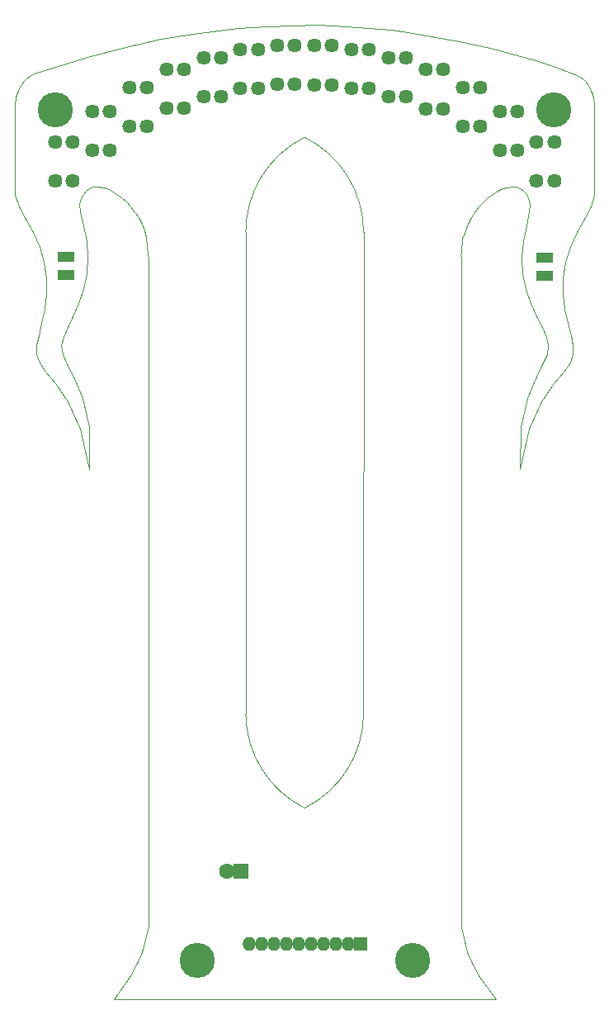
<source format=gbs>
G04 #@! TF.FileFunction,Soldermask,Bot*
%FSLAX46Y46*%
G04 Gerber Fmt 4.6, Leading zero omitted, Abs format (unit mm)*
G04 Created by KiCad (PCBNEW 4.0.7) date 09/23/18 21:58:35*
%MOMM*%
%LPD*%
G01*
G04 APERTURE LIST*
%ADD10C,0.100000*%
%ADD11C,1.455599*%
%ADD12C,3.600000*%
%ADD13R,1.600000X1.600000*%
%ADD14C,1.600000*%
%ADD15R,1.400000X1.400000*%
%ADD16O,1.400000X1.400000*%
%ADD17R,1.700000X1.100000*%
G04 APERTURE END LIST*
D10*
X1991360Y94940120D02*
X1569720Y94726760D01*
X7457440Y96667320D02*
X1991360Y94940120D01*
X15046960Y98516440D02*
X11049000Y97627440D01*
X57668160Y94843600D02*
X58287920Y94482920D01*
X55463440Y95636080D02*
X57668160Y94843600D01*
X53431440Y96286320D02*
X55463440Y95636080D01*
X48834040Y97561400D02*
X53431440Y96286320D01*
X45572680Y98308160D02*
X48834040Y97561400D01*
X40345360Y99217480D02*
X45572680Y98308160D01*
X38663880Y99441000D02*
X40345360Y99217480D01*
X32816800Y99872800D02*
X38663880Y99441000D01*
X31125160Y99933760D02*
X32816800Y99872800D01*
X25831800Y99811840D02*
X31125160Y99933760D01*
X22926040Y99628960D02*
X25831800Y99811840D01*
X18364200Y99070160D02*
X22926040Y99628960D01*
X15041880Y98516440D02*
X18364200Y99070160D01*
X7457440Y96667320D02*
X11049000Y97627440D01*
X13736169Y7501919D02*
X13736169Y76178983D01*
X13045177Y79578342D02*
X13317392Y78922563D01*
X47649177Y81330087D02*
X47227071Y80788186D01*
X48103705Y81821866D02*
X47649177Y81330087D01*
X52502557Y82644971D02*
X52206217Y82988904D01*
X13317392Y78922563D02*
X13538200Y78237080D01*
X1886032Y78722485D02*
X2552462Y77234584D01*
X51854589Y83221899D02*
X51456443Y83350037D01*
X1273174Y94483809D02*
X1571638Y94729363D01*
X6825548Y82184017D02*
X7057828Y82644971D01*
X3279034Y72366703D02*
X3090867Y70815800D01*
X9986276Y82935653D02*
X10485443Y82630731D01*
X11911207Y81330087D02*
X12333314Y80788186D01*
X13539211Y78237275D02*
G75*
G02X13736169Y76178982I-10656517J-2058292D01*
G01*
X48581884Y82257441D02*
X48103705Y81821866D01*
X51020552Y83379400D02*
X50555685Y83316069D01*
X46846158Y80202244D02*
X46515208Y79578342D01*
X9004700Y83316069D02*
X9489771Y83166126D01*
X52734837Y82184017D02*
X52502557Y82644971D01*
X12714227Y80202244D02*
X13045177Y79578342D01*
X51456443Y83350037D02*
X51020552Y83379400D01*
X9489771Y83166126D02*
X9986276Y82935653D01*
X10978501Y82257441D02*
X11456680Y81821866D01*
X45823787Y76178982D02*
G75*
G02X46019720Y78232000I10853904J1D01*
G01*
X52206217Y82988904D02*
X51854589Y83221899D01*
X49574109Y82935653D02*
X49074942Y82630731D01*
X12333314Y80788186D02*
X12714227Y80202244D01*
X52828184Y80839038D02*
X52894287Y81599962D01*
X11456680Y81821866D02*
X11911207Y81330087D01*
X52517143Y79399596D02*
X52828184Y80839038D01*
X50070613Y83166126D02*
X49574109Y82935653D01*
X3210563Y64440185D02*
X4210579Y63211017D01*
X8539833Y83379400D02*
X9004700Y83316069D01*
X47227071Y80788186D02*
X46846158Y80202244D01*
X5456683Y61390807D02*
X6738444Y58605512D01*
X7705796Y83221899D02*
X8103941Y83350037D01*
X59111094Y81335358D02*
X58427034Y80083381D01*
X7354168Y82988904D02*
X7705796Y83221899D01*
X58800063Y93906849D02*
X58558623Y94208650D01*
X57006225Y65369136D02*
X56349822Y64440185D01*
X46242993Y78922563D02*
X46019720Y78232000D01*
X2787041Y69404082D02*
X2470201Y68169155D01*
X2254898Y67117148D02*
X2252560Y66212637D01*
X59499497Y91733962D02*
X59419509Y92501753D01*
X3031286Y75642902D02*
X3273510Y73998388D01*
X240055Y92875304D02*
X377407Y93236568D01*
X52894287Y81599962D02*
X52734837Y82184017D01*
X10485443Y82630731D02*
X10978501Y82257441D01*
X59499497Y82493011D02*
X59111094Y81335358D01*
X56286875Y73998388D02*
X56281351Y72366703D01*
X1001761Y94208650D02*
X1273174Y94483809D01*
X2552462Y77234584D02*
X3031286Y75642902D01*
X50555685Y83316069D02*
X50070613Y83166126D01*
X7057828Y82644971D02*
X7354168Y82988904D01*
X4210579Y63211017D02*
X5456683Y61390807D01*
X49074942Y82630731D02*
X48581884Y82257441D01*
X2554159Y65369136D02*
X3210563Y64440185D01*
X8103941Y83350037D02*
X8539833Y83379400D01*
X46515208Y79578342D02*
X46242993Y78922563D01*
X6738444Y58605512D02*
X7703630Y54391288D01*
X1133350Y80083381D02*
X1886032Y78722485D01*
X60887Y82493011D02*
X60887Y91733962D01*
X51929617Y58714014D02*
X51856755Y54391288D01*
X53450468Y63742710D02*
X52607700Y61704161D01*
X52607700Y61704161D02*
X51929617Y58714014D01*
X54174687Y65152104D02*
X53450468Y63742710D01*
X46987557Y3786452D02*
X46444086Y4878774D01*
X47723004Y2308277D02*
X46987557Y3786452D01*
X49371093Y70984D02*
X47723004Y2308277D01*
X6587006Y71414663D02*
X5997817Y70096289D01*
X29777982Y88435495D02*
G75*
G02X35824216Y78704700I-4807241J-9730794D01*
G01*
X5432454Y68953573D02*
X5004260Y67968828D01*
X29785324Y19713478D02*
G75*
G02X29744524Y19693387I-4815146J9726885D01*
G01*
X35824051Y29271491D02*
G75*
G02X29826030Y19689996I-10852748J125696D01*
G01*
X5997817Y70096289D02*
X5432454Y68953573D01*
X7387583Y77806044D02*
X7526912Y76149750D01*
X7043242Y79399596D02*
X7387583Y77806044D01*
X23743512Y29271574D02*
X23736169Y78704701D01*
X5004260Y67968828D02*
X4814928Y67084351D01*
X7423830Y74490692D02*
X7091817Y72893134D01*
X54624805Y66196714D02*
X54174687Y65152104D01*
X29815861Y19693387D02*
G75*
G02X29775061Y19713478I4774345J9746976D01*
G01*
X54745457Y67084351D02*
X54624805Y66196714D01*
X54556125Y67968828D02*
X54745457Y67084351D01*
X54127931Y68953573D02*
X54556125Y67968828D01*
X53562568Y70096289D02*
X54127931Y68953573D01*
X35816873Y29271574D02*
X35824216Y78704701D01*
X52973379Y71414663D02*
X53562568Y70096289D01*
X7526912Y76149750D02*
X7423830Y74490692D01*
X11837380Y2308277D02*
X12572827Y3786452D01*
X52468567Y72893134D02*
X52973379Y71414663D01*
X52136554Y74490692D02*
X52468567Y72893134D01*
X7091817Y72893134D02*
X6587006Y71414663D01*
X52033473Y76149750D02*
X52136554Y74490692D01*
X52172802Y77806044D02*
X52033473Y76149750D01*
X52517143Y79399596D02*
X52172802Y77806044D01*
X23732649Y78704701D02*
G75*
G02X29778960Y88437720I10856995J0D01*
G01*
X13116299Y4878774D02*
X13736169Y7501919D01*
X12572827Y3786452D02*
X13116299Y4878774D01*
X10189292Y70984D02*
X11837380Y2308277D01*
X7630768Y58714014D02*
X7703630Y54391288D01*
X6952685Y61704161D02*
X7630768Y58714014D01*
X29734355Y19689997D02*
G75*
G02X23736335Y29271491I4854727J9707190D01*
G01*
X6109917Y63742710D02*
X6952685Y61704161D01*
X5385697Y65152104D02*
X6109917Y63742710D01*
X4935580Y66196714D02*
X5385697Y65152104D01*
X4814928Y67084351D02*
X4935580Y66196714D01*
X140876Y92501753D02*
X240055Y92875304D01*
X56469517Y70815800D02*
X56773344Y69404082D01*
X377407Y93236568D02*
X551454Y93581655D01*
X3273510Y73998388D02*
X3279034Y72366703D01*
X57307824Y66212637D02*
X57006225Y65369136D01*
X57674352Y78722485D02*
X57007922Y77234584D01*
X2470201Y68169155D02*
X2254898Y67117148D01*
X6732201Y80839038D02*
X6666098Y81599962D01*
X60887Y82493011D02*
X449291Y81335358D01*
X45824216Y7501919D02*
X45824216Y76178983D01*
X59320330Y92875304D02*
X59182978Y93236568D01*
X59499497Y82493011D02*
X59499497Y91733962D01*
X59419509Y92501753D02*
X59320330Y92875304D01*
X3090867Y70815800D02*
X2787041Y69404082D01*
X59182978Y93236568D02*
X59008931Y93581655D01*
X52821941Y58605512D02*
X51856755Y54391288D01*
X56281351Y72366703D02*
X56469517Y70815800D01*
X56773344Y69404082D02*
X57090183Y68169155D01*
X2252560Y66212637D02*
X2554159Y65369136D01*
X449291Y81335358D02*
X1133350Y80083381D01*
X57007922Y77234584D02*
X56529099Y75642902D01*
X58427034Y80083381D02*
X57674352Y78722485D01*
X551454Y93581655D02*
X760322Y93906849D01*
X760322Y93906849D02*
X1001761Y94208650D01*
X57305486Y67117148D02*
X57307824Y66212637D01*
X57090183Y68169155D02*
X57305486Y67117148D01*
X7043242Y79399596D02*
X6732201Y80839038D01*
X60887Y91733962D02*
X140876Y92501753D01*
X49371093Y70984D02*
X10189292Y70984D01*
X58558623Y94208650D02*
X58287210Y94483809D01*
X56349822Y64440185D02*
X55349806Y63211017D01*
X55349806Y63211017D02*
X54103702Y61390807D01*
X59008931Y93581655D02*
X58800063Y93906849D01*
X54103702Y61390807D02*
X52821941Y58605512D01*
X56529099Y75642902D02*
X56286875Y73998388D01*
X6666098Y81599962D02*
X6825548Y82184017D01*
X46444086Y4878774D02*
X45824216Y7501919D01*
D11*
X47798560Y93526360D03*
X47798560Y89526360D03*
X45998560Y89526360D03*
X45998560Y93526360D03*
D12*
X4226560Y91236800D03*
X55321200Y91231720D03*
X40822880Y4074160D03*
D13*
X23281640Y13202920D03*
D14*
X21781640Y13202920D03*
D15*
X35554920Y5699760D03*
D16*
X34284920Y5699760D03*
X33014920Y5699760D03*
X31744920Y5699760D03*
X30474920Y5699760D03*
X29204920Y5699760D03*
X27934920Y5699760D03*
X26664920Y5699760D03*
X25394920Y5699760D03*
X24124920Y5699760D03*
D11*
X5995240Y87953600D03*
X5995240Y83953600D03*
X4195240Y83953600D03*
X4195240Y87953600D03*
X9805240Y91113360D03*
X9805240Y87113360D03*
X8005240Y87113360D03*
X8005240Y91113360D03*
X13589840Y93516200D03*
X13589840Y89516200D03*
X11789840Y89516200D03*
X11789840Y93516200D03*
X17389680Y95385640D03*
X17389680Y91385640D03*
X15589680Y91385640D03*
X15589680Y95385640D03*
X21199680Y96620080D03*
X21199680Y92620080D03*
X19399680Y92620080D03*
X19399680Y96620080D03*
X24989360Y97417640D03*
X24989360Y93417640D03*
X23189360Y93417640D03*
X23189360Y97417640D03*
X36383800Y97432880D03*
X36383800Y93432880D03*
X34583800Y93432880D03*
X34583800Y97432880D03*
X40203960Y96620080D03*
X40203960Y92620080D03*
X38403960Y92620080D03*
X38403960Y96620080D03*
X43998720Y95360240D03*
X43998720Y91360240D03*
X42198720Y91360240D03*
X42198720Y95360240D03*
X51603480Y91087960D03*
X51603480Y87087960D03*
X49803480Y87087960D03*
X49803480Y91087960D03*
X55388080Y87928200D03*
X55388080Y83928200D03*
X53588080Y83928200D03*
X53588080Y87928200D03*
D12*
X18729960Y4064000D03*
D17*
X5308600Y76179720D03*
X5308600Y74279720D03*
X54437280Y76088280D03*
X54437280Y74188280D03*
D11*
X28784120Y97849440D03*
X28784120Y93849440D03*
X26984120Y93849440D03*
X26984120Y97849440D03*
X32589040Y97824040D03*
X32589040Y93824040D03*
X30789040Y93824040D03*
X30789040Y97824040D03*
M02*

</source>
